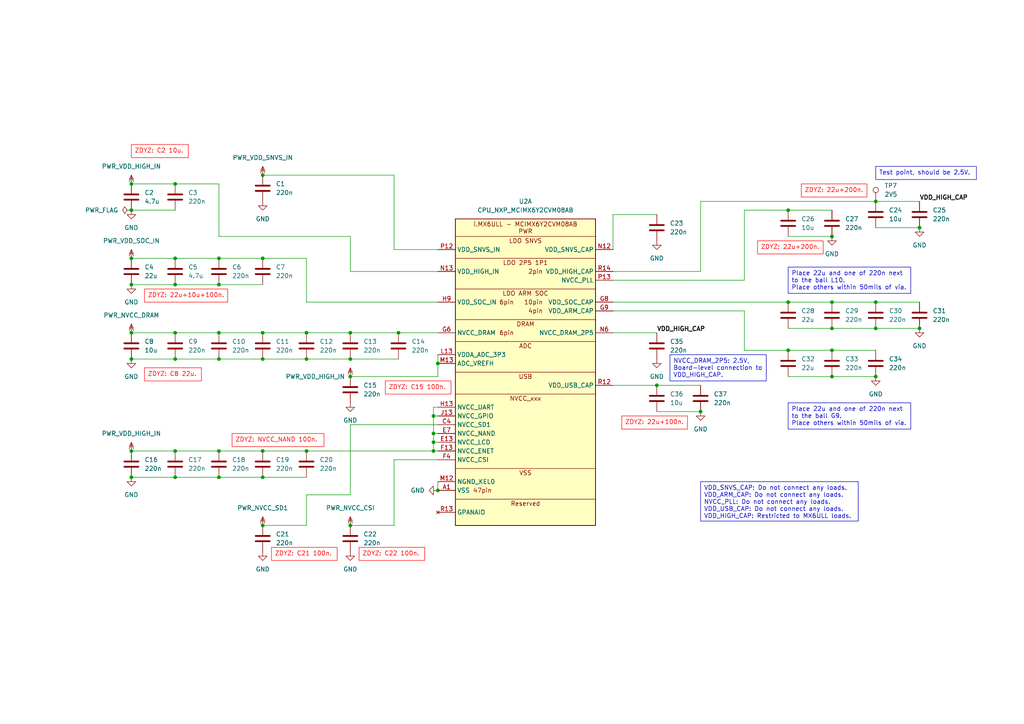
<source format=kicad_sch>
(kicad_sch (version 20231120) (generator "eeschema") (generator_version "8.0")
  (paper "A4")
  (title_block (title "i.MX6ULL Core - PWR") (date "2024-06-06") (rev "0.9.1"))
  (lib_symbols
    (symbol "Connector:TestPoint" (pin_numbers hide) (pin_names (offset 0.762) hide)
      (property "Reference" "TP" (at 0 6.858 0))
      (property "Value" "TestPoint" (at 0 5.08 0))
      (symbol "TestPoint_1_1"
        (pin passive line (at 0 0 90) (length 2.54) (name "1") (number "1"))
      )
    )
    (symbol "Device:C" (pin_numbers hide) (pin_names (offset 0.254))
      (property "Reference" "C" (at 0.635 2.54 0))
      (property "Value" "C" (at 0.635 -2.54 0))
      (symbol "C_1_1"
        (pin passive line (at 0 3.81 270) (length 2.794) (name "~") (number "1"))
        (pin passive line (at 0 -3.81 90) (length 2.794) (name "~") (number "2"))
      )
    )
    (symbol "i.MX6ULL_Core:CPU_NXP_MCIMX6Y2CVM08AB"
      (property "Reference" "U" (at 0 0 0))
      (property "Value" "CPU_NXP_MCIMX6Y2CVM08AB" (at 0 54.61 0))
      (symbol "CPU_NXP_MCIMX6Y2CVM08AB_1_1"
        (unit_name "Unit A - PWR")
        (text "10pin" (at 5.08 20.32 0) (effects (font (size 1.27 1.27)) (justify right)))
        (text "2pin" (at 5.08 29.21 0) (effects (font (size 1.27 1.27)) (justify right)))
        (text "47pin" (at -15.24 -34.29 0) (effects (font (size 1.27 1.27)) (justify left)))
        (text "4pin" (at 5.08 17.78 0) (effects (font (size 1.27 1.27)) (justify right)))
        (text "6pin" (at -7.62 11.43 0) (effects (font (size 1.27 1.27)) (justify left)))
        (text "6pin" (at -7.62 20.32 0) (effects (font (size 1.27 1.27)) (justify left)))
        (text "ADC" (at 0 7.62 0) (effects (font (size 1.27 1.27))))
        (text "DRAM" (at 0 13.97 0) (effects (font (size 1.27 1.27))))
        (text "i.MX6ULL - MCIMX6Y2CVM08AB\nPWR" (at 0 41.91 0) (effects (font (size 1.27 1.27))))
        (text "LDO 2P5 1P1" (at 0 31.75 0) (effects (font (size 1.27 1.27))))
        (text private "NVCC_DRAM:\n	LPDDR2, 1.2V. DDR3L, 1.35V. DDR3, 1.5V\n\nNVCC_DRAM_2P5:\n	2.5V, Board-level connection to VDD_HIGH_CAP." (at 50.8 38.1 0) (effects (font (size 1.27 1.27)) (justify left top)))
        (text "LDO ARM SOC" (at 0 22.86 0) (effects (font (size 1.27 1.27))))
        (text "LDO SNVS" (at 0 38.1 0) (effects (font (size 1.27 1.27))))
        (text "NVCC_xxx" (at 0 -7.62 0) (effects (font (size 1.27 1.27))))
        (text private "Total: 92 pins." (at -20.32 45.72 0) (effects (font (size 1.27 1.27)) (justify left)))
        (text "Reserved" (at 0 -38.1 0) (effects (font (size 1.27 1.27))))
        (text "USB" (at 0 -1.27 0) (effects (font (size 1.27 1.27))))
        (text private "VDDA_ADC_3P3:\n	must be powered even\n	if the ADC is not used.\nADC_VREFH:\n	tied to VDDA_ADC_3P3.\n\nNGND_KEL0:\n	tied to GND.\n\nGPANIO:\n	reserved, unconnected." (at -76.2 38.1 0) (effects (font (size 1.27 1.27)) (justify left top)))
        (text "VSS" (at 0 -29.21 0) (effects (font (size 1.27 1.27))))
        (pin power_in line (at -25.4 -34.29 0) (length 5.08) (name "VSS") (number "A1"))
        (pin passive line (at -25.4 -34.29 0) (length 5.08) hide (name "VSS") (number "A17"))
        (pin passive line (at -25.4 -34.29 0) (length 5.08) hide (name "VSS") (number "C11"))
        (pin passive line (at -25.4 -34.29 0) (length 5.08) hide (name "VSS") (number "C15"))
        (pin passive line (at -25.4 -34.29 0) (length 5.08) hide (name "VSS") (number "C3"))
        (pin power_in line (at -25.4 -15.24 0) (length 5.08) (name "NVCC_SD1") (number "C4"))
        (pin passive line (at -25.4 -34.29 0) (length 5.08) hide (name "VSS") (number "C7"))
        (pin passive line (at -25.4 -34.29 0) (length 5.08) hide (name "VSS") (number "E11"))
        (pin power_in line (at -25.4 -20.32 0) (length 5.08) (name "NVCC_LCD") (number "E13"))
        (pin power_in line (at -25.4 -17.78 0) (length 5.08) (name "NVCC_NAND") (number "E7"))
        (pin passive line (at -25.4 -34.29 0) (length 5.08) hide (name "VSS") (number "E8"))
        (pin passive line (at -25.4 -34.29 0) (length 5.08) hide (name "VSS") (number "F10"))
        (pin passive line (at -25.4 -34.29 0) (length 5.08) hide (name "VSS") (number "F11"))
        (pin passive line (at -25.4 -34.29 0) (length 5.08) hide (name "VSS") (number "F12"))
        (pin power_in line (at -25.4 -22.86 0) (length 5.08) (name "NVCC_ENET") (number "F13"))
        (pin power_in line (at -25.4 -25.4 0) (length 5.08) (name "NVCC_CSI") (number "F4"))
        (pin passive line (at -25.4 -34.29 0) (length 5.08) hide (name "VSS") (number "F6"))
        (pin passive line (at -25.4 -34.29 0) (length 5.08) hide (name "VSS") (number "F7"))
        (pin passive line (at -25.4 -34.29 0) (length 5.08) hide (name "VSS") (number "F8"))
        (pin passive line (at -25.4 -34.29 0) (length 5.08) hide (name "VSS") (number "F9"))
        (pin passive line (at 25.4 17.78 180) (length 5.08) hide (name "VDD_ARM_CAP") (number "G10"))
        (pin passive line (at 25.4 17.78 180) (length 5.08) hide (name "VDD_ARM_CAP") (number "G11"))
        (pin passive line (at -25.4 -34.29 0) (length 5.08) hide (name "VSS") (number "G12"))
        (pin passive line (at -25.4 -34.29 0) (length 5.08) hide (name "VSS") (number "G15"))
        (pin passive line (at -25.4 -34.29 0) (length 5.08) hide (name "VSS") (number "G3"))
        (pin passive line (at -25.4 -34.29 0) (length 5.08) hide (name "VSS") (number "G5"))
        (pin power_in line (at -25.4 11.43 0) (length 5.08) (name "NVCC_DRAM") (number "G6"))
        (pin passive line (at -25.4 -34.29 0) (length 5.08) hide (name "VSS") (number "G7"))
        (pin power_out line (at 25.4 20.32 180) (length 5.08) (name "VDD_SOC_CAP") (number "G8"))
        (pin power_out line (at 25.4 17.78 180) (length 5.08) (name "VDD_ARM_CAP") (number "G9"))
        (pin passive line (at -25.4 20.32 0) (length 5.08) hide (name "VDD_SOC_IN") (number "H10"))
        (pin passive line (at 25.4 17.78 180) (length 5.08) hide (name "VDD_ARM_CAP") (number "H11"))
        (pin passive line (at -25.4 -34.29 0) (length 5.08) hide (name "VSS") (number "H12"))
        (pin power_in line (at -25.4 -10.16 0) (length 5.08) (name "NVCC_UART") (number "H13"))
        (pin passive line (at -25.4 11.43 0) (length 5.08) hide (name "NVCC_DRAM") (number "H6"))
        (pin passive line (at -25.4 -34.29 0) (length 5.08) hide (name "VSS") (number "H7"))
        (pin passive line (at 25.4 20.32 180) (length 5.08) hide (name "VDD_SOC_CAP") (number "H8"))
        (pin power_in line (at -25.4 20.32 0) (length 5.08) (name "VDD_SOC_IN") (number "H9"))
        (pin passive line (at -25.4 20.32 0) (length 5.08) hide (name "VDD_SOC_IN") (number "J10"))
        (pin passive line (at 25.4 20.32 180) (length 5.08) hide (name "VDD_SOC_CAP") (number "J11"))
        (pin passive line (at -25.4 -34.29 0) (length 5.08) hide (name "VSS") (number "J12"))
        (pin power_in line (at -25.4 -12.7 0) (length 5.08) (name "NVCC_GPIO") (number "J13"))
        (pin passive line (at -25.4 -34.29 0) (length 5.08) hide (name "VSS") (number "J5"))
        (pin passive line (at -25.4 11.43 0) (length 5.08) hide (name "NVCC_DRAM") (number "J6"))
        (pin passive line (at -25.4 -34.29 0) (length 5.08) hide (name "VSS") (number "J7"))
        (pin passive line (at 25.4 20.32 180) (length 5.08) hide (name "VDD_SOC_CAP") (number "J8"))
        (pin passive line (at -25.4 20.32 0) (length 5.08) hide (name "VDD_SOC_IN") (number "J9"))
        (pin passive line (at -25.4 20.32 0) (length 5.08) hide (name "VDD_SOC_IN") (number "K10"))
        (pin passive line (at 25.4 20.32 180) (length 5.08) hide (name "VDD_SOC_CAP") (number "K11"))
        (pin passive line (at -25.4 -34.29 0) (length 5.08) hide (name "VSS") (number "K12"))
        (pin passive line (at -25.4 11.43 0) (length 5.08) hide (name "NVCC_DRAM") (number "K6"))
        (pin passive line (at -25.4 -34.29 0) (length 5.08) hide (name "VSS") (number "K7"))
        (pin passive line (at 25.4 20.32 180) (length 5.08) hide (name "VDD_SOC_CAP") (number "K8"))
        (pin passive line (at -25.4 20.32 0) (length 5.08) hide (name "VDD_SOC_IN") (number "K9"))
        (pin passive line (at 25.4 20.32 180) (length 5.08) hide (name "VDD_SOC_CAP") (number "L10"))
        (pin passive line (at 25.4 20.32 180) (length 5.08) hide (name "VDD_SOC_CAP") (number "L11"))
        (pin passive line (at -25.4 -34.29 0) (length 5.08) hide (name "VSS") (number "L12"))
        (pin power_in line (at -25.4 5.08 0) (length 5.08) (name "VDDA_ADC_3P3") (number "L13"))
        (pin passive line (at -25.4 -34.29 0) (length 5.08) hide (name "VSS") (number "L3"))
        (pin passive line (at -25.4 11.43 0) (length 5.08) hide (name "NVCC_DRAM") (number "L6"))
        (pin passive line (at -25.4 -34.29 0) (length 5.08) hide (name "VSS") (number "L7"))
        (pin passive line (at 25.4 20.32 180) (length 5.08) hide (name "VDD_SOC_CAP") (number "L8"))
        (pin passive line (at 25.4 20.32 180) (length 5.08) hide (name "VDD_SOC_CAP") (number "L9"))
        (pin passive line (at -25.4 -34.29 0) (length 5.08) hide (name "VSS") (number "M10"))
        (pin passive line (at -25.4 -34.29 0) (length 5.08) hide (name "VSS") (number "M11"))
        (pin power_in line (at -25.4 -31.75 0) (length 5.08) (name "NGND_KEL0") (number "M12"))
        (pin power_in line (at -25.4 2.54 0) (length 5.08) (name "ADC_VREFH") (number "M13"))
        (pin passive line (at -25.4 11.43 0) (length 5.08) hide (name "NVCC_DRAM") (number "M6"))
        (pin passive line (at -25.4 -34.29 0) (length 5.08) hide (name "VSS") (number "M7"))
        (pin passive line (at -25.4 -34.29 0) (length 5.08) hide (name "VSS") (number "M8"))
        (pin passive line (at -25.4 -34.29 0) (length 5.08) hide (name "VSS") (number "M9"))
        (pin power_out line (at 25.4 35.56 180) (length 5.08) (name "VDD_SNVS_CAP") (number "N12"))
        (pin power_in line (at -25.4 29.21 0) (length 5.08) (name "VDD_HIGH_IN") (number "N13"))
        (pin passive line (at -25.4 -34.29 0) (length 5.08) hide (name "VSS") (number "N3"))
        (pin passive line (at -25.4 -34.29 0) (length 5.08) hide (name "VSS") (number "N5"))
        (pin power_in line (at 25.4 11.43 180) (length 5.08) (name "NVCC_DRAM_2P5") (number "N6"))
        (pin power_in line (at -25.4 35.56 0) (length 5.08) (name "VDD_SNVS_IN") (number "P12"))
        (pin power_out line (at 25.4 26.67 180) (length 5.08) (name "NVCC_PLL") (number "P13"))
        (pin passive line (at -25.4 -34.29 0) (length 5.08) hide (name "VSS") (number "R11"))
        (pin power_out line (at 25.4 -3.81 180) (length 5.08) (name "VDD_USB_CAP") (number "R12"))
        (pin no_connect line (at -25.4 -40.64 0) (length 5.08) (name "GPANAIO") (number "R13"))
        (pin power_out line (at 25.4 29.21 180) (length 5.08) (name "VDD_HIGH_CAP") (number "R14"))
        (pin passive line (at 25.4 29.21 180) (length 5.08) hide (name "VDD_HIGH_CAP") (number "R15"))
        (pin passive line (at -25.4 -34.29 0) (length 5.08) hide (name "VSS") (number "R16"))
        (pin passive line (at -25.4 -34.29 0) (length 5.08) hide (name "VSS") (number "R17"))
        (pin passive line (at -25.4 -34.29 0) (length 5.08) hide (name "VSS") (number "R3"))
        (pin passive line (at -25.4 -34.29 0) (length 5.08) hide (name "VSS") (number "R5"))
        (pin passive line (at -25.4 -34.29 0) (length 5.08) hide (name "VSS") (number "R7"))
        (pin passive line (at -25.4 -34.29 0) (length 5.08) hide (name "VSS") (number "T14"))
        (pin passive line (at -25.4 -34.29 0) (length 5.08) hide (name "VSS") (number "U1"))
        (pin passive line (at -25.4 -34.29 0) (length 5.08) hide (name "VSS") (number "U14"))
        (pin passive line (at -25.4 -34.29 0) (length 5.08) hide (name "VSS") (number "U17"))
      )
      (symbol "CPU_NXP_MCIMX6Y2CVM08AB_2_1"
        (unit_name "Unit B - OSC/BOOT")
        (text private "CCM_CLK1_P, CCM_CLK1_N:\n	unconnected if not used.\n\n~{POR}:\n	internal 100k pull up.\nONOFF:\n	internal 100k pull up, pull down to reset chip." (at 38.1 12.7 0) (effects (font (size 1.27 1.27)) (justify left top)))
        (text "BOOT" (at 0 0 0) (effects (font (size 1.27 1.27))))
        (text "i.MX6ULL - MCIMX6Y2CVM08AB\nOSC/BOOT" (at 0 20.32 0) (effects (font (size 1.27 1.27))))
        (text "OSC" (at 0 16.51 0) (effects (font (size 1.27 1.27))))
        (text private "Total: 13 pins." (at -20.32 24.13 0) (effects (font (size 1.27 1.27)) (justify left)))
        (text private "XTALI, XTALO:\n	24MHz.\nRTC_XTALI, RTC_XTALO:\n	32.768kHz.\n\nBOOT_MODE1,BOOT_MODE0:\n	internal 100k pull down.\n00: efuse.\n01: serial download.\n10: internal boot.\n11: reserved.\n\nTEST_MODE:\n	reserved,\n	unconnected or tied to GND." (at -76.2 12.7 0) (effects (font (size 1.27 1.27)) (justify left top)))
        (text "Reserved" (at 0 -17.78 0) (effects (font (size 1.27 1.27))))
        (text "SNVS/CCM" (at 0 -8.89 0) (effects (font (size 1.27 1.27))))
        (pin no_connect line (at -25.4 -20.32 0) (length 5.08) (name "TEST_MODE") (number "N7"))
        (pin output output_low (at 25.4 11.43 180) (length 5.08) (name "CCM_CLK1_N") (number "P16"))
        (pin input input_low (at 25.4 13.97 180) (length 5.08) (name "CCM_CLK1_P") (number "P17"))
        (pin input input_low (at 25.4 -2.54 180) (length 5.08) (name "~{POR}") (number "P8"))
        (pin input input_low (at 25.4 -5.08 180) (length 5.08) (name "ONOFF") (number "R8"))
        (pin input input_low (at -25.4 -5.08 0) (length 5.08) (name "BOOT_MODE0") (number "T10"))
        (pin input input_low (at -25.4 6.35 0) (length 5.08) (name "RTC_XTALI") (number "T11"))
        (pin input input_low (at -25.4 13.97 0) (length 5.08) (name "XTALI") (number "T16"))
        (pin output output_low (at -25.4 11.43 0) (length 5.08) (name "XTALO") (number "T17"))
        (pin output output_low (at -25.4 -11.43 0) (length 5.08) (name "SNVS_PMIC_ON_REQ") (number "T9"))
        (pin input input_low (at -25.4 -2.54 0) (length 5.08) (name "BOOT_MODE1") (number "U10"))
        (pin output output_low (at -25.4 3.81 0) (length 5.08) (name "RTC_XTALO") (number "U11"))
        (pin output output_low (at -25.4 -13.97 0) (length 5.08) (name "CCM_PMIC_STBY_REQ") (number "U9"))
      )
      (symbol "CPU_NXP_MCIMX6Y2CVM08AB_3_1"
        (unit_name "Unit C - DRAM")
        (text private "DRAM_VREF:\n	must be half of NVCC_DRAM.\n	Use a 1 kohm 0.5% resistor to GND and a 1 kohm 0.5%\n	resistor to NVCC_DRAM. Shunt each resistor with a\n	closely-mounted 0.1 uF capacitor." (at -101.6 38.1 0) (effects (font (size 1.27 1.27)) (justify left top)))
        (text private "Total: 55 pins." (at -20.32 48.26 0) (effects (font (size 1.27 1.27)) (justify left)))
        (text "i.MX6ULL - MCIMX6Y2CVM08AB\nDRAM" (at 0 44.45 0) (effects (font (size 1.27 1.27))))
        (pin output output_low (at 25.4 24.13 180) (length 5.08) (name "DRAM_ODT1") (number "F1"))
        (pin output output_low (at -25.4 -24.13 0) (length 5.08) (name "DRAM_ADDR14") (number "G1"))
        (pin output output_low (at -25.4 -1.27 0) (length 5.08) (name "DRAM_ADDR06") (number "G2"))
        (pin output output_low (at -25.4 29.21 0) (length 5.08) (name "DRAM_RESET") (number "G4"))
        (pin output output_low (at -25.4 -34.29 0) (length 5.08) (name "DRAM_SDBA1") (number "H1"))
        (pin output output_low (at -25.4 11.43 0) (length 5.08) (name "DRAM_ADDR01") (number "H2"))
        (pin output output_low (at -25.4 -21.59 0) (length 5.08) (name "DRAM_ADDR13") (number "H3"))
        (pin output output_low (at -25.4 -3.81 0) (length 5.08) (name "DRAM_ADDR07") (number "H4"))
        (pin output output_low (at -25.4 31.75 0) (length 5.08) (name "~{DRAM_CS1}") (number "H5"))
        (pin output output_low (at 25.4 29.21 180) (length 5.08) (name "~{DRAM_SDWE}") (number "J1"))
        (pin output output_low (at 25.4 31.75 180) (length 5.08) (name "~{DRAM_CAS}") (number "J2"))
        (pin output output_low (at -25.4 24.13 0) (length 5.08) (name "DRAM_SDCKE1") (number "J3"))
        (pin output output_low (at -25.4 -8.89 0) (length 5.08) (name "DRAM_ADDR08") (number "J4"))
        (pin output output_low (at -25.4 8.89 0) (length 5.08) (name "DRAM_ADDR02") (number "K1"))
        (pin output output_low (at -25.4 -36.83 0) (length 5.08) (name "DRAM_SDBA2") (number "K2"))
        (pin output output_low (at -25.4 -16.51 0) (length 5.08) (name "DRAM_ADDR11") (number "K3"))
        (pin output output_low (at -25.4 3.81 0) (length 5.08) (name "DRAM_ADDR04") (number "K4"))
        (pin output output_low (at -25.4 -26.67 0) (length 5.08) (name "DRAM_ADDR15") (number "K5"))
        (pin output output_low (at -25.4 1.27 0) (length 5.08) (name "DRAM_ADDR05") (number "L1"))
        (pin output output_low (at -25.4 -11.43 0) (length 5.08) (name "DRAM_ADDR09") (number "L2"))
        (pin output output_low (at -25.4 -19.05 0) (length 5.08) (name "DRAM_ADDR12") (number "L4"))
        (pin output output_low (at -25.4 13.97 0) (length 5.08) (name "DRAM_ADDR00") (number "L5"))
        (pin output output_low (at -25.4 -31.75 0) (length 5.08) (name "DRAM_SDBA0") (number "M1"))
        (pin output output_low (at -25.4 6.35 0) (length 5.08) (name "DRAM_ADDR03") (number "M2"))
        (pin output output_low (at -25.4 26.67 0) (length 5.08) (name "DRAM_SDCKE0") (number "M3"))
        (pin output output_low (at -25.4 -13.97 0) (length 5.08) (name "DRAM_ADDR10") (number "M4"))
        (pin output output_low (at 25.4 34.29 180) (length 5.08) (name "~{DRAM_RAS}") (number "M5"))
        (pin output output_low (at 25.4 26.67 180) (length 5.08) (name "DRAM_ODT0") (number "N1"))
        (pin output output_low (at -25.4 34.29 0) (length 5.08) (name "~{DRAM_CS0}") (number "N2"))
        (pin passive output_low (at 25.4 21.59 180) (length 5.08) (name "DRAM_ZQPAD") (number "N4"))
        (pin output output_low (at -25.4 21.59 0) (length 5.08) (name "DRAM_SDCLK0+") (number "P1"))
        (pin output output_low (at -25.4 19.05 0) (length 5.08) (name "DRAM_SDCLK0-") (number "P2"))
        (pin bidirectional line (at 25.4 -21.59 180) (length 5.08) (name "DRAM_DATA13") (number "P3"))
        (pin power_in line (at -25.4 39.37 0) (length 5.08) (name "DRAM_VREF") (number "P4"))
        (pin bidirectional line (at 25.4 -19.05 180) (length 5.08) (name "DRAM_DATA12") (number "P5"))
        (pin bidirectional line (at 25.4 -31.75 180) (length 5.08) (name "DRAM_SDQS0+") (number "P6"))
        (pin bidirectional line (at 25.4 -34.29 180) (length 5.08) (name "DRAM_SDQS0-") (number "P7"))
        (pin bidirectional line (at 25.4 -26.67 180) (length 5.08) (name "DRAM_DATA15") (number "R1"))
        (pin bidirectional line (at 25.4 -24.13 180) (length 5.08) (name "DRAM_DATA14") (number "R2"))
        (pin bidirectional line (at 25.4 -16.51 180) (length 5.08) (name "DRAM_DATA11") (number "R4"))
        (pin bidirectional line (at 25.4 -36.83 180) (length 5.08) (name "DRAM_SDQS1+") (number "T1"))
        (pin bidirectional line (at 25.4 -39.37 180) (length 5.08) (name "DRAM_SDQS1-") (number "T2"))
        (pin bidirectional line (at 25.4 -44.45 180) (length 5.08) (name "DRAM_DQM1") (number "T3"))
        (pin bidirectional line (at 25.4 13.97 180) (length 5.08) (name "DRAM_DATA00") (number "T4"))
        (pin bidirectional line (at 25.4 -1.27 180) (length 5.08) (name "DRAM_DATA06") (number "T5"))
        (pin bidirectional line (at 25.4 8.89 180) (length 5.08) (name "DRAM_DATA02") (number "T6"))
        (pin bidirectional line (at 25.4 -41.91 180) (length 5.08) (name "DRAM_DQM0") (number "T7"))
        (pin bidirectional line (at 25.4 1.27 180) (length 5.08) (name "DRAM_DATA05") (number "T8"))
        (pin bidirectional line (at 25.4 -8.89 180) (length 5.08) (name "DRAM_DATA08") (number "U2"))
        (pin bidirectional line (at 25.4 -11.43 180) (length 5.08) (name "DRAM_DATA09") (number "U3"))
        (pin bidirectional line (at 25.4 -3.81 180) (length 5.08) (name "DRAM_DATA07") (number "U4"))
        (pin bidirectional line (at 25.4 -13.97 180) (length 5.08) (name "DRAM_DATA10") (number "U5"))
        (pin bidirectional line (at 25.4 11.43 180) (length 5.08) (name "DRAM_DATA01") (number "U6"))
        (pin bidirectional line (at 25.4 6.35 180) (length 5.08) (name "DRAM_DATA03") (number "U7"))
        (pin bidirectional line (at 25.4 3.81 180) (length 5.08) (name "DRAM_DATA04") (number "U8"))
      )
      (symbol "CPU_NXP_MCIMX6Y2CVM08AB_4_1"
        (unit_name "Unit D - SD/eMMC")
        (text private "NOTE:\n\nSD1 for eMMC, SD2 for SD card.\nSD card does not have RESET pin, so leave SD2_RESET unconnected.\nSD card does not have VSELECT pin, so give GPIO1_IO08 to LCD as PWM.\nIf you do not use dual-power for eMMC (VDDQ 1.8V), leave SD1_VSELECT unconnected.\nConnect a 22R(or 10R) resistor in series on SDn_CLK and SDn_CMD, close to host, for impedance matching.\nboot ROM uses SDn_CMD and SDn_DATA0 without internal pull-up configured, so pull them up to 3.3V via 10k.\nSD2 is in NVCC_NAND domain, power it to 3.3V." (at -38.1 -25.4 0) (effects (font (size 1.27 1.27)) (justify left top)))
        (text "i.MX6ULL - MCIMX6Y2CVM08AB\nSD/eMMC" (at 0 20.32 0) (effects (font (size 1.27 1.27))))
        (text private "Total: 21 pins." (at -25.4 24.13 0) (effects (font (size 1.27 1.27)) (justify left)))
        (pin bidirectional line (at -30.48 -5.08 0) (length 5.08) (name "SD1_DATA3") (number "A2"))
        (pin bidirectional line (at 30.48 -12.7 180) (length 5.08) (name "NAND_DATA07/SD2_DATA7") (number "A5"))
        (pin bidirectional line (at 30.48 -10.16 180) (length 5.08) (name "NAND_DATA06/SD2_DATA6") (number "A6"))
        (pin bidirectional line (at 30.48 0 180) (length 5.08) (name "NAND_DATA02/SD2_DATA2") (number "A7"))
        (pin bidirectional line (at -30.48 -2.54 0) (length 5.08) (name "SD1_DATA2") (number "B1"))
        (pin bidirectional line (at -30.48 0 0) (length 5.08) (name "SD1_DATA1") (number "B2"))
        (pin bidirectional line (at -30.48 2.54 0) (length 5.08) (name "SD1_DATA0") (number "B3"))
        (pin output output_low (at 30.48 15.24 180) (length 5.08) (name "NAND_ALE/SD2_RESET") (number "B4"))
        (pin bidirectional line (at 30.48 -7.62 180) (length 5.08) (name "NAND_DATA05/SD2_DATA5") (number "B6"))
        (pin bidirectional line (at 30.48 2.54 180) (length 5.08) (name "NAND_DATA01/SD2_DATA1") (number "B7"))
        (pin output output_low (at -30.48 10.16 0) (length 5.08) (name "SD1_CLK") (number "C1"))
        (pin bidirectional line (at -30.48 7.62 0) (length 5.08) (name "SD1_CMD") (number "C2"))
        (pin bidirectional line (at 30.48 -5.08 180) (length 5.08) (name "NAND_DATA04/SD2_DATA4") (number "C6"))
        (pin bidirectional line (at 30.48 10.16 180) (length 5.08) (name "~{NAND_WE}/SD2_CMD") (number "C8"))
        (pin output output_low (at 30.48 -20.32 180) (length 5.08) (name "~{NAND_WP}") (number "D5"))
        (pin bidirectional line (at 30.48 -2.54 180) (length 5.08) (name "NAND_DATA03/SD2_DATA3") (number "D6"))
        (pin bidirectional line (at 30.48 5.08 180) (length 5.08) (name "NAND_DATA00/SD2_DATA0") (number "D7"))
        (pin output output_low (at 30.48 12.7 180) (length 5.08) (name "~{NAND_RE}/SD2_CLK") (number "D8"))
        (pin bidirectional line (at 30.48 -17.78 180) (length 5.08) (name "NAND_DQS") (number "E6"))
        (pin input input_low (at -30.48 12.7 0) (length 5.08) (name "~{UART1_RTS}/~{SD1_CD}") (number "J14"))
        (pin output output_low (at -30.48 15.24 0) (length 5.08) (name "GPIO1_IO05/SD1_VSELECT") (number "M17"))
      )
      (symbol "CPU_NXP_MCIMX6Y2CVM08AB_5_1"
        (unit_name "Unit E - UART")
        (text "i.MX6ULL - MCIMX6Y2CVM08AB\nUART" (at 0 7.62 0) (effects (font (size 1.27 1.27))))
        (text private "Total: 6 pins." (at -20.32 11.43 0) (effects (font (size 1.27 1.27)) (justify left)))
        (pin input input_low (at 25.4 -7.62 180) (length 5.08) (name "UART3_RXD") (number "H16"))
        (pin output output_low (at 25.4 -5.08 180) (length 5.08) (name "UART3_TXD") (number "H17"))
        (pin input input_low (at 25.4 0 180) (length 5.08) (name "UART2_RXD") (number "J16"))
        (pin output output_low (at 25.4 2.54 180) (length 5.08) (name "UART2_TXD") (number "J17"))
        (pin output output_low (at -25.4 2.54 0) (length 5.08) (name "UART1_TXD") (number "K14"))
        (pin input input_low (at -25.4 0 0) (length 5.08) (name "UART1_RXD") (number "K16"))
      )
      (symbol "CPU_NXP_MCIMX6Y2CVM08AB_6_1"
        (unit_name "Unit F - LCD/TSC")
        (text "Backlight" (at 0 -30.48 0) (effects (font (size 1.27 1.27))))
        (text "i.MX6ULL - MCIMX6Y2CVM08AB\nLCD/TSC" (at 0 43.18 0) (effects (font (size 1.27 1.27))))
        (text private "LCD_CLK:\n	pixel clock\nLCD_HSYNC:\n	horizontal sync\nLCD_VSYNC:\n	vertical sync\n\nPWM1_OUT:\n	LCD background light brightness adjust.\n	Its power domain is NVCC_GPIO.\n\nGPIO1_IO02:\n	configured as GPIO for touch screen IC reset.\nGPIO1_IO09:\n	configured as GPIO for touch screen IC interrupt." (at 50.8 25.4 0) (effects (font (size 1.27 1.27)) (justify left top)))
        (text private "Total: 32 pins." (at -20.32 46.99 0) (effects (font (size 1.27 1.27)) (justify left)))
        (text "LCD" (at 0 39.37 0) (effects (font (size 1.27 1.27))))
        (text "Touch Screen IC" (at 0 -36.83 0) (effects (font (size 1.27 1.27))))
        (pin output output_low (at -25.4 21.59 0) (length 5.08) (name "LCD_DATA06") (number "A10"))
        (pin output output_low (at -25.4 11.43 0) (length 5.08) (name "LCD_DATA09") (number "A11"))
        (pin output output_low (at -25.4 -1.27 0) (length 5.08) (name "LCD_DATA14") (number "A12"))
        (pin output output_low (at -25.4 -13.97 0) (length 5.08) (name "LCD_DATA18") (number "A13"))
        (pin output output_low (at -25.4 -24.13 0) (length 5.08) (name "LCD_DATA22") (number "A14"))
        (pin output output_low (at 25.4 26.67 180) (length 5.08) (name "LCD_CLK") (number "A8"))
        (pin output output_low (at -25.4 34.29 0) (length 5.08) (name "LCD_DATA01") (number "A9"))
        (pin output output_low (at -25.4 24.13 0) (length 5.08) (name "LCD_DATA05") (number "B10"))
        (pin output output_low (at -25.4 13.97 0) (length 5.08) (name "LCD_DATA08") (number "B11"))
        (pin output output_low (at -25.4 1.27 0) (length 5.08) (name "LCD_DATA13") (number "B12"))
        (pin output output_low (at -25.4 -11.43 0) (length 5.08) (name "LCD_DATA17") (number "B13"))
        (pin output output_low (at -25.4 -21.59 0) (length 5.08) (name "LCD_DATA21") (number "B14"))
        (pin output output_low (at -25.4 -26.67 0) (length 5.08) (name "LCD_DATA23") (number "B16"))
        (pin output output_low (at 25.4 36.83 180) (length 5.08) (name "LCD_ENABLE") (number "B8"))
        (pin output output_low (at -25.4 36.83 0) (length 5.08) (name "LCD_DATA00") (number "B9"))
        (pin output output_low (at -25.4 26.67 0) (length 5.08) (name "LCD_DATA04") (number "C10"))
        (pin output output_low (at -25.4 3.81 0) (length 5.08) (name "LCD_DATA12") (number "C12"))
        (pin output output_low (at -25.4 -8.89 0) (length 5.08) (name "LCD_DATA16") (number "C13"))
        (pin output output_low (at -25.4 -19.05 0) (length 5.08) (name "LCD_DATA20") (number "C14"))
        (pin output output_low (at 25.4 21.59 180) (length 5.08) (name "LCD_VSYNC") (number "C9"))
        (pin output output_low (at -25.4 29.21 0) (length 5.08) (name "LCD_DATA03") (number "D10"))
        (pin output output_low (at -25.4 19.05 0) (length 5.08) (name "LCD_DATA07") (number "D11"))
        (pin output output_low (at -25.4 6.35 0) (length 5.08) (name "LCD_DATA11") (number "D12"))
        (pin output output_low (at -25.4 -3.81 0) (length 5.08) (name "LCD_DATA15") (number "D13"))
        (pin output output_low (at -25.4 -16.51 0) (length 5.08) (name "LCD_DATA19") (number "D14"))
        (pin output output_low (at 25.4 24.13 180) (length 5.08) (name "LCD_HSYNC") (number "D9"))
        (pin output output_low (at -25.4 31.75 0) (length 5.08) (name "LCD_DATA02") (number "E10"))
        (pin output output_low (at -25.4 8.89 0) (length 5.08) (name "LCD_DATA10") (number "E12"))
        (pin output output_low (at 25.4 31.75 180) (length 5.08) (name "LCD_RESET") (number "E9"))
        (pin output output_low (at 25.4 -39.37 180) (length 5.08) (name "GPIO1_IO02") (number "L14"))
        (pin input input_low (at 25.4 -41.91 180) (length 5.08) (name "GPIO1_IO09") (number "M15"))
        (pin output output_low (at 25.4 -33.02 180) (length 5.08) (name "GPIO1_IO08/PWM1_OUT") (number "N17"))
      )
      (symbol "CPU_NXP_MCIMX6Y2CVM08AB_7_1"
        (unit_name "Unit G - CSI")
        (text private "GPIO1_IO04:\n	configured as GPIO for CSI power down.\n~{UART1_RTS}/GPIO1_IO19:\n	configured as GPIO for CSI reset.\n\nCSI_MCLK:\n	master clock, i.MX -> camera\nCSI_PIXCLK:\n	pixel clock, camera -> i.MX\nCSI_HSYNC:\n	horizontal sync, camera -> i.MX\nCSI_VSYNC:\n	vertical sync, camera -> i.MX" (at 38.1 12.7 0) (effects (font (size 1.27 1.27)) (justify left top)))
        (text private "Total: 13 pins." (at -20.32 15.24 0) (effects (font (size 1.27 1.27)) (justify left)))
        (text "i.MX6ULL - MCIMX6Y2CVM08AB\nCSI" (at 0 11.43 0) (effects (font (size 1.27 1.27))))
        (pin input input_low (at -25.4 -11.43 0) (length 5.08) (name "CSI_DATA07") (number "D1"))
        (pin input input_low (at -25.4 -8.89 0) (length 5.08) (name "CSI_DATA06") (number "D2"))
        (pin input input_low (at -25.4 -6.35 0) (length 5.08) (name "CSI_DATA05") (number "D3"))
        (pin input input_low (at -25.4 -3.81 0) (length 5.08) (name "CSI_DATA04") (number "D4"))
        (pin input input_low (at -25.4 -1.27 0) (length 5.08) (name "CSI_DATA03") (number "E1"))
        (pin input input_low (at -25.4 1.27 0) (length 5.08) (name "CSI_DATA02") (number "E2"))
        (pin input input_low (at -25.4 3.81 0) (length 5.08) (name "CSI_DATA01") (number "E3"))
        (pin input input_low (at -25.4 6.35 0) (length 5.08) (name "CSI_DATA00") (number "E4"))
        (pin input input_low (at 25.4 -6.35 180) (length 5.08) (name "CSI_PIXCLK") (number "E5"))
        (pin input input_low (at 25.4 -11.43 180) (length 5.08) (name "CSI_VSYNC") (number "F2"))
        (pin input input_low (at 25.4 -8.89 180) (length 5.08) (name "CSI_HSYNC") (number "F3"))
        (pin output output_low (at 25.4 -3.81 180) (length 5.08) (name "CSI_MCLK") (number "F5"))
        (pin output output_low (at 25.4 3.81 180) (length 5.08) (name "~{UART1_CTS}/GPIO1_IO18") (number "K15"))
        (pin output output_low (at 25.4 6.35 180) (length 5.08) (name "GPIO1_IO04") (number "M16"))
      )
      (symbol "CPU_NXP_MCIMX6Y2CVM08AB_8_1"
        (unit_name "Unit H - I2C")
        (text private "I2C1:\n	free use.\nI2C2:\n	mount touch screen IC and CSI." (at -19.05 -12.7 0) (effects (font (size 1.27 1.27)) (justify left top)))
        (text "i.MX6ULL - MCIMX6Y2CVM08AB\nI2C" (at 0 3.81 0) (effects (font (size 1.27 1.27))))
        (text private "Total: 4 pins." (at -22.86 7.62 0) (effects (font (size 1.27 1.27)) (justify left)))
        (pin output output_low (at 27.94 -1.27 180) (length 5.08) (name "UART5_TXD/I2C2_CLK") (number "F17"))
        (pin bidirectional line (at 27.94 -3.81 180) (length 5.08) (name "UART5_RXD/I2C2_SDA") (number "G13"))
        (pin bidirectional line (at -27.94 -3.81 0) (length 5.08) (name "I2C1_SDA/UART4_RXD") (number "G16"))
        (pin output output_low (at -27.94 -1.27 0) (length 5.08) (name "I2C1_CLK/UART4_TXD") (number "G17"))
      )
      (symbol "CPU_NXP_MCIMX6Y2CVM08AB_9_1"
        (unit_name "Unit I - USB")
        (text "i.MX6ULL - MCIMX6Y2CVM08AB\nUSB" (at 0 8.89 0) (effects (font (size 1.27 1.27))))
        (text private "Total: 8 pins." (at -29.21 12.7 0) (effects (font (size 1.27 1.27)) (justify left)))
        (text private "USB1:\n	OTG.\nUSB2:\n	OTG." (at -5.08 -17.78 0) (effects (font (size 1.27 1.27)) (justify left top)))
        (text private "~{USB_OTG1_CHD}\n	not used." (at -63.5 -7.62 0) (effects (font (size 1.27 1.27)) (justify left top)))
        (pin input input_low (at -34.29 -3.81 0) (length 5.08) (name "ANATOP_OTG1_ID/GPIO1_IO00") (number "K13"))
        (pin power_in line (at -34.29 3.81 0) (length 5.08) (name "USB_OTG1_VBUS") (number "T12"))
        (pin bidirectional line (at 35.56 -1.27 180) (length 5.08) (name "USB_OTG2_DN") (number "T13"))
        (pin bidirectional line (at -34.29 -1.27 0) (length 5.08) (name "USB_OTG1_DN") (number "T15"))
        (pin power_in line (at 35.56 3.81 180) (length 5.08) (name "USB_OTG2_VBUS") (number "U12"))
        (pin bidirectional line (at 35.56 1.27 180) (length 5.08) (name "USB_OTG2_DP") (number "U13"))
        (pin bidirectional line (at -34.29 1.27 0) (length 5.08) (name "USB_OTG1_DP") (number "U15"))
        (pin output output_low (at -34.29 -8.89 0) (length 5.08) (name "~{USB_OTG1_CHD}") (number "U16"))
      )
      (symbol "CPU_NXP_MCIMX6Y2CVM08AB_10_1"
        (unit_name "Unit J - ENET")
        (text private "GPIO1_IO23/~{UART2_RTS}:\n	ENET IC reset.\nGOIO1_IO27/~{UART3_RTS}:\n	ENET IC interrupt." (at -76.2 12.7 0) (effects (font (size 1.27 1.27)) (justify left top)))
        (text private "Total: 22 pins." (at -25.4 22.86 0) (effects (font (size 1.27 1.27)) (justify left)))
        (text private "~{UART2_CTS}/GPIO1_IO22:\n	ENET IC reset.\n~{UART3_CTS}/GPIO1_IO26:\n	ENET IC interrupt." (at 50.8 12.7 0) (effects (font (size 1.27 1.27)) (justify left top)))
        (text "i.MX6ULL - MCIMX6Y2CVM08AB\nENET" (at 0 19.05 0) (effects (font (size 1.27 1.27))))
        (pin output output_low (at 30.48 -16.51 180) (length 5.08) (name "ENET2_TX_DATA0") (number "A15"))
        (pin output output_low (at 30.48 -19.05 180) (length 5.08) (name "ENET2_TX_DATA1") (number "A16"))
        (pin output output_low (at 30.48 -11.43 180) (length 5.08) (name "ENET2_TX_EN") (number "B15"))
        (pin input input_low (at 30.48 -1.27 180) (length 5.08) (name "ENET2_RX_EN") (number "B17"))
        (pin input input_low (at 30.48 -8.89 180) (length 5.08) (name "ENET2_RX_DATA1") (number "C16"))
        (pin input input_low (at 30.48 -6.35 180) (length 5.08) (name "ENET2_RX_DATA0") (number "C17"))
        (pin input input_low (at -30.48 -3.81 0) (length 5.08) (name "ENET1_RX_ER") (number "D15"))
        (pin input input_low (at 30.48 -3.81 180) (length 5.08) (name "ENET2_RX_ER") (number "D16"))
        (pin output output_low (at 30.48 -13.97 180) (length 5.08) (name "ENET2_TX_CLK") (number "D17"))
        (pin output output_low (at -30.48 -19.05 0) (length 5.08) (name "ENET1_TX_DATA1") (number "E14"))
        (pin output output_low (at -30.48 -16.51 0) (length 5.08) (name "ENET1_TX_DATA0") (number "E15"))
        (pin input input_low (at -30.48 -1.27 0) (length 5.08) (name "ENET1_RX_EN") (number "E16"))
        (pin input input_low (at -30.48 -8.89 0) (length 5.08) (name "ENET1_RX_DATA1") (number "E17"))
        (pin output output_low (at -30.48 -13.97 0) (length 5.08) (name "ENET1_TX_CLK") (number "F14"))
        (pin output output_low (at -30.48 -11.43 0) (length 5.08) (name "ENET1_TX_EN") (number "F15"))
        (pin input input_low (at -30.48 -6.35 0) (length 5.08) (name "ENET1_RX_DATA0") (number "F16"))
        (pin input input_low (at -30.48 3.81 0) (length 5.08) (name "GOIO1_IO27/~{UART3_RTS}") (number "G14"))
        (pin output output_low (at -30.48 6.35 0) (length 5.08) (name "GPIO1_IO23/~{UART2_RTS}") (number "H14"))
        (pin input input_low (at 30.48 3.81 180) (length 5.08) (name "~{UART3_CTS}/GPIO1_IO26") (number "H15"))
        (pin output output_low (at 30.48 6.35 180) (length 5.08) (name "~{UART2_CTS}/GPIO1_IO22") (number "J15"))
        (pin bidirectional line (at -30.48 13.97 0) (length 5.08) (name "ENET_MDIO/GPIO1_IO06") (number "K17"))
        (pin output output_low (at -30.48 11.43 0) (length 5.08) (name "ENET_MDC/GPIO1_IO07") (number "L16"))
      )
      (symbol "CPU_NXP_MCIMX6Y2CVM08AB_11_1"
        (unit_name "Unit K - SPI")
        (text "i.MX6ULL - MCIMX6Y2CVM08AB\nSPI" (at 0 6.35 0) (effects (font (size 1.27 1.27))))
        (text private "Total: 4 pins." (at -20.32 10.16 0) (effects (font (size 1.27 1.27)) (justify left)))
        (pin output output_low (at -25.4 1.27 0) (length 5.08) (name "ECSPI3_SS0/~{NAND_READY}") (number "A3"))
        (pin input input_low (at -25.4 -3.81 0) (length 5.08) (name "ECSPI3_MISO/NAND_CLE") (number "A4"))
        (pin output output_low (at -25.4 -6.35 0) (length 5.08) (name "ECSPI3_MOSI/~{NAND_CE1}") (number "B5"))
        (pin output output_low (at -25.4 -1.27 0) (length 5.08) (name "ECSPI3_SCLK/~{NAND_CE0}") (number "C5"))
      )
      (symbol "CPU_NXP_MCIMX6Y2CVM08AB_12_1"
        (unit_name "Unit L - free use")
        (text "i.MX6ULL - MCIMX6Y2CVM08AB\nfree use" (at 0 13.97 0) (effects (font (size 1.27 1.27))))
        (text private "Total: 18 pins." (at -20.32 17.78 0) (effects (font (size 1.27 1.27)) (justify left)))
        (pin passive line (at -25.4 8.89 0) (length 5.08) (name "GPIO1_IO01") (number "L15"))
        (pin passive line (at -25.4 6.35 0) (length 5.08) (name "GPIO1_IO03") (number "L17"))
        (pin passive line (at -25.4 -3.81 0) (length 5.08) (name "JTAG_TCK") (number "M14"))
        (pin passive line (at 25.4 -8.89 180) (length 5.08) (name "SNVS_TAMPER7") (number "N10"))
        (pin passive line (at 25.4 -6.35 180) (length 5.08) (name "SNVS_TAMPER6") (number "N11"))
        (pin passive line (at -25.4 -13.97 0) (length 5.08) (name "~{JTAG_TRST}") (number "N14"))
        (pin passive line (at -25.4 -8.89 0) (length 5.08) (name "JTAG_TDO") (number "N15"))
        (pin passive line (at -25.4 -6.35 0) (length 5.08) (name "JTAG_TDI") (number "N16"))
        (pin passive line (at 25.4 -3.81 180) (length 5.08) (name "SNVS_TAMPER5") (number "N8"))
        (pin passive line (at 25.4 -11.43 180) (length 5.08) (name "SNVS_TAMPER8") (number "N9"))
        (pin passive line (at 25.4 1.27 180) (length 5.08) (name "SNVS_TAMPER3") (number "P10"))
        (pin passive line (at 25.4 3.81 180) (length 5.08) (name "SNVS_TAMPER2") (number "P11"))
        (pin passive line (at -25.4 -11.43 0) (length 5.08) (name "JTAG_TMS") (number "P14"))
        (pin passive line (at -25.4 -1.27 0) (length 5.08) (name "JTAG_MOD") (number "P15"))
        (pin passive line (at 25.4 -1.27 180) (length 5.08) (name "SNVS_TAMPER4") (number "P9"))
        (pin passive line (at 25.4 8.89 180) (length 5.08) (name "SNVS_TAMPER0") (number "R10"))
        (pin passive line (at 25.4 -13.97 180) (length 5.08) (name "SNVS_TAMPER9") (number "R6"))
        (pin passive line (at 25.4 6.35 180) (length 5.08) (name "SNVS_TAMPER1") (number "R9"))
      )
    )
    (symbol "i.MX6ULL_Core:PWR_NVCC_CSI" (power) (pin_numbers hide) (pin_names hide) (in_bom no) (on_board no)
      (property "Value" "PWR_NVCC_CSI" (at 0 0 0))
      (symbol "PWR_NVCC_CSI_1_1"
        (pin power_in line (at 0 0 0) (length 0) (name "") (number "1"))
      )
    )
    (symbol "i.MX6ULL_Core:PWR_NVCC_DRAM" (power) (pin_numbers hide) (pin_names hide) (in_bom no) (on_board no)
      (property "Value" "PWR_NVCC_DRAM" (at 0 0 0))
      (symbol "PWR_NVCC_DRAM_1_1"
        (pin power_in line (at 0 0 0) (length 0) (name "") (number "1"))
      )
    )
    (symbol "i.MX6ULL_Core:PWR_NVCC_SD1" (power) (pin_numbers hide) (pin_names hide) (in_bom no) (on_board no)
      (property "Value" "PWR_NVCC_SD1" (at 0 0 0))
      (symbol "PWR_NVCC_SD1_1_1"
        (pin power_in line (at 0 0 0) (length 0) (name "") (number "1"))
      )
    )
    (symbol "i.MX6ULL_Core:PWR_VDD_HIGH_IN" (power) (pin_numbers hide) (pin_names hide) (in_bom no) (on_board no)
      (property "Value" "PWR_VDD_HIGH_IN" (at 0 0 0))
      (symbol "PWR_VDD_HIGH_IN_1_1"
        (pin power_in line (at 0 0 0) (length 0) (name "") (number "1"))
      )
    )
    (symbol "i.MX6ULL_Core:PWR_VDD_SNVS_IN" (power) (pin_numbers hide) (pin_names hide) (in_bom no) (on_board no)
      (property "Value" "PWR_VDD_SNVS_IN" (at 0 0 0))
      (symbol "PWR_VDD_SNVS_IN_1_1"
        (pin power_in line (at 0 0 0) (length 0) (name "") (number "1"))
      )
    )
    (symbol "i.MX6ULL_Core:PWR_VDD_SOC_IN" (power) (pin_numbers hide) (pin_names hide) (in_bom no) (on_board no)
      (property "Value" "PWR_VDD_SOC_IN" (at 0 0 0))
      (symbol "PWR_VDD_SOC_IN_1_1"
        (pin power_in line (at 0 0 0) (length 0) (name "") (number "1"))
      )
    )
    (symbol "power:GND" (power) (pin_numbers hide) (pin_names (offset 0) hide)
      (property "Value" "GND" (at 0 -3.81 0))
      (symbol "GND_1_1"
        (pin power_in line (at 0 0 270) (length 0) (name "~") (number "1"))
      )
    )
    (symbol "power:PWR_FLAG" (power) (pin_numbers hide) (pin_names (offset 0) hide)
      (property "Value" "PWR_FLAG" (at 0 3.81 0))
      (symbol "PWR_FLAG_0_0"
        (pin power_out line (at 0 0 90) (length 0) (name "~") (number "1"))
      )
    )
  )
  (junction (at 38.1 96.52))
  (junction (at 190.5 111.76))
  (junction (at 254 58.42))
  (junction (at 101.6 152.4))
  (junction (at 101.6 96.52))
  (junction (at 254 95.25))
  (junction (at 115.57 96.52))
  (junction (at 63.5 82.55))
  (junction (at 63.5 96.52))
  (junction (at 88.9 96.52))
  (junction (at 125.73 128.27))
  (junction (at 50.8 104.14))
  (junction (at 38.1 82.55))
  (junction (at 50.8 74.93))
  (junction (at 88.9 130.81))
  (junction (at 266.7 95.25))
  (junction (at 241.3 68.58))
  (junction (at 76.2 104.14))
  (junction (at 38.1 60.96))
  (junction (at 228.6 60.96))
  (junction (at 63.5 104.14))
  (junction (at 50.8 82.55))
  (junction (at 38.1 130.81))
  (junction (at 101.6 104.14))
  (junction (at 63.5 130.81))
  (junction (at 241.3 95.25))
  (junction (at 76.2 138.43))
  (junction (at 76.2 130.81))
  (junction (at 50.8 53.34))
  (junction (at 241.3 101.6))
  (junction (at 38.1 53.34))
  (junction (at 76.2 96.52))
  (junction (at 254 87.63))
  (junction (at 76.2 50.8))
  (junction (at 228.6 87.63))
  (junction (at 241.3 109.22))
  (junction (at 38.1 138.43))
  (junction (at 38.1 74.93))
  (junction (at 241.3 87.63))
  (junction (at 76.2 74.93))
  (junction (at 127 142.24))
  (junction (at 254 109.22))
  (junction (at 101.6 109.22))
  (junction (at 266.7 66.04))
  (junction (at 125.73 125.73))
  (junction (at 50.8 130.81))
  (junction (at 63.5 138.43))
  (junction (at 127 105.41))
  (junction (at 203.2 119.38))
  (junction (at 63.5 74.93))
  (junction (at 50.8 138.43))
  (junction (at 228.6 101.6))
  (junction (at 125.73 120.65))
  (junction (at 38.1 104.14))
  (junction (at 125.73 130.81))
  (junction (at 76.2 152.4))
  (junction (at 88.9 104.14))
  (junction (at 50.8 96.52))
  (wire (pts (xy 228.6 109.22) (xy 241.3 109.22)))
  (wire (pts (xy 76.2 74.93) (xy 88.9 74.93)))
  (wire (pts (xy 190.5 119.38) (xy 203.2 119.38)))
  (wire (pts (xy 228.6 101.6) (xy 241.3 101.6)))
  (wire (pts (xy 101.6 68.58) (xy 101.6 78.74)))
  (wire (pts (xy 63.5 130.81) (xy 76.2 130.81)))
  (wire (pts (xy 241.3 109.22) (xy 254 109.22)))
  (wire (pts (xy 63.5 104.14) (xy 76.2 104.14)))
  (wire (pts (xy 125.73 120.65) (xy 127 120.65)))
  (wire (pts (xy 101.6 96.52) (xy 115.57 96.52)))
  (wire (pts (xy 50.8 104.14) (xy 63.5 104.14)))
  (wire (pts (xy 114.3 152.4) (xy 114.3 133.35)))
  (wire (pts (xy 38.1 74.93) (xy 50.8 74.93)))
  (wire (pts (xy 215.9 60.96) (xy 215.9 81.28)))
  (wire (pts (xy 88.9 87.63) (xy 127 87.63)))
  (wire (pts (xy 228.6 87.63) (xy 241.3 87.63)))
  (wire (pts (xy 125.73 128.27) (xy 127 128.27)))
  (wire (pts (xy 125.73 125.73) (xy 127 125.73)))
  (wire (pts (xy 101.6 143.51) (xy 101.6 123.19)))
  (wire (pts (xy 63.5 74.93) (xy 76.2 74.93)))
  (wire (pts (xy 177.8 96.52) (xy 190.5 96.52)))
  (wire (pts (xy 101.6 123.19) (xy 127 123.19)))
  (wire (pts (xy 50.8 130.81) (xy 63.5 130.81)))
  (wire (pts (xy 76.2 138.43) (xy 88.9 138.43)))
  (wire (pts (xy 125.73 130.81) (xy 127 130.81)))
  (wire (pts (xy 228.6 95.25) (xy 241.3 95.25)))
  (wire (pts (xy 76.2 152.4) (xy 88.9 152.4)))
  (wire (pts (xy 215.9 81.28) (xy 177.8 81.28)))
  (wire (pts (xy 76.2 130.81) (xy 88.9 130.81)))
  (wire (pts (xy 241.3 87.63) (xy 254 87.63)))
  (wire (pts (xy 203.2 78.74) (xy 203.2 58.42)))
  (wire (pts (xy 254 87.63) (xy 266.7 87.63)))
  (wire (pts (xy 203.2 58.42) (xy 254 58.42)))
  (wire (pts (xy 50.8 74.93) (xy 63.5 74.93)))
  (wire (pts (xy 215.9 101.6) (xy 228.6 101.6)))
  (wire (pts (xy 215.9 90.17) (xy 177.8 90.17)))
  (wire (pts (xy 115.57 96.52) (xy 127 96.52)))
  (wire (pts (xy 228.6 68.58) (xy 241.3 68.58)))
  (wire (pts (xy 177.8 72.39) (xy 177.8 62.23)))
  (wire (pts (xy 127 139.7) (xy 127 142.24)))
  (wire (pts (xy 125.73 128.27) (xy 125.73 130.81)))
  (wire (pts (xy 125.73 118.11) (xy 125.73 120.65)))
  (wire (pts (xy 76.2 96.52) (xy 88.9 96.52)))
  (wire (pts (xy 177.8 62.23) (xy 190.5 62.23)))
  (wire (pts (xy 38.1 53.34) (xy 50.8 53.34)))
  (wire (pts (xy 38.1 82.55) (xy 50.8 82.55)))
  (wire (pts (xy 101.6 109.22) (xy 127 109.22)))
  (wire (pts (xy 177.8 87.63) (xy 228.6 87.63)))
  (wire (pts (xy 241.3 60.96) (xy 228.6 60.96)))
  (wire (pts (xy 177.8 111.76) (xy 190.5 111.76)))
  (wire (pts (xy 88.9 104.14) (xy 101.6 104.14)))
  (wire (pts (xy 101.6 104.14) (xy 115.57 104.14)))
  (wire (pts (xy 76.2 50.8) (xy 114.3 50.8)))
  (wire (pts (xy 127 109.22) (xy 127 105.41)))
  (wire (pts (xy 88.9 74.93) (xy 88.9 87.63)))
  (wire (pts (xy 254 95.25) (xy 266.7 95.25)))
  (wire (pts (xy 76.2 104.14) (xy 88.9 104.14)))
  (wire (pts (xy 127 105.41) (xy 127 102.87)))
  (wire (pts (xy 125.73 118.11) (xy 127 118.11)))
  (wire (pts (xy 254 58.42) (xy 266.7 58.42)))
  (wire (pts (xy 114.3 50.8) (xy 114.3 72.39)))
  (wire (pts (xy 63.5 96.52) (xy 76.2 96.52)))
  (wire (pts (xy 38.1 130.81) (xy 50.8 130.81)))
  (wire (pts (xy 125.73 125.73) (xy 125.73 128.27)))
  (wire (pts (xy 88.9 152.4) (xy 88.9 143.51)))
  (wire (pts (xy 114.3 133.35) (xy 127 133.35)))
  (wire (pts (xy 50.8 138.43) (xy 63.5 138.43)))
  (wire (pts (xy 190.5 111.76) (xy 203.2 111.76)))
  (wire (pts (xy 38.1 138.43) (xy 50.8 138.43)))
  (wire (pts (xy 177.8 78.74) (xy 203.2 78.74)))
  (wire (pts (xy 88.9 143.51) (xy 101.6 143.51)))
  (wire (pts (xy 101.6 152.4) (xy 114.3 152.4)))
  (wire (pts (xy 215.9 101.6) (xy 215.9 90.17)))
  (wire (pts (xy 63.5 138.43) (xy 76.2 138.43)))
  (wire (pts (xy 38.1 60.96) (xy 50.8 60.96)))
  (wire (pts (xy 50.8 53.34) (xy 63.5 53.34)))
  (wire (pts (xy 88.9 130.81) (xy 125.73 130.81)))
  (wire (pts (xy 63.5 53.34) (xy 63.5 68.58)))
  (wire (pts (xy 114.3 72.39) (xy 127 72.39)))
  (wire (pts (xy 63.5 82.55) (xy 76.2 82.55)))
  (wire (pts (xy 241.3 95.25) (xy 254 95.25)))
  (wire (pts (xy 38.1 104.14) (xy 50.8 104.14)))
  (wire (pts (xy 254 66.04) (xy 266.7 66.04)))
  (wire (pts (xy 63.5 68.58) (xy 101.6 68.58)))
  (wire (pts (xy 88.9 96.52) (xy 101.6 96.52)))
  (wire (pts (xy 125.73 120.65) (xy 125.73 125.73)))
  (wire (pts (xy 101.6 78.74) (xy 127 78.74)))
  (wire (pts (xy 241.3 101.6) (xy 254 101.6)))
  (wire (pts (xy 50.8 82.55) (xy 63.5 82.55)))
  (wire (pts (xy 50.8 96.52) (xy 63.5 96.52)))
  (wire (pts (xy 228.6 60.96) (xy 215.9 60.96)))
  (wire (pts (xy 38.1 96.52) (xy 50.8 96.52)))
  (text_box "ZDYZ: 22u+10u+100n." (at 41.91 83.82 0) (size 24.13 3.81) (stroke (width 0) (color 255 0 0 1)) (effects (font (size 1.27 1.27)) (justify left top)))
  (text_box "NVCC_DRAM_2P5: 2.5V,\nBoard-level connection to VDD_HIGH_CAP." (at 194.31 102.87 0) (size 27.94 7.62) (effects (font (size 1.27 1.27)) (justify left top)))
  (text_box "ZDYZ: C15 100n." (at 111.76 110.49 0) (size 19.05 3.81) (stroke (width 0) (color 255 0 0 1)) (effects (font (size 1.27 1.27)) (justify left top)))
  (text_box "ZDYZ: C22 100n." (at 104.14 158.75 0) (size 19.05 3.81) (stroke (width 0) (color 255 0 0 1)) (effects (font (size 1.27 1.27)) (justify left top)))
  (text_box "ZDYZ: C21 100n." (at 78.74 158.75 0) (size 19.05 3.81) (stroke (width 0) (color 255 0 0 1)) (effects (font (size 1.27 1.27)) (justify left top)))
  (text_box "VDD_SNVS_CAP: Do not connect any loads.\nVDD_ARM_CAP: Do not connect any loads.\nNVCC_PLL: Do not connect any loads.\nVDD_USB_CAP: Do not connect any loads.\nVDD_HIGH_CAP: Restricted to MX6ULL loads." (at 203.2 139.7 0) (size 45.72 11.43) (effects (font (size 1.27 1.27)) (justify left top)))
  (text_box "ZDYZ: C2 10u." (at 38.1 41.91 0) (size 16.51 3.81) (stroke (width 0) (color 255 0 0 1)) (effects (font (size 1.27 1.27)) (justify left top)))
  (text_box "ZDYZ: NVCC_NAND 100n." (at 67.31 125.73 0) (size 26.67 3.81) (stroke (width 0) (color 255 0 0 1)) (effects (font (size 1.27 1.27)) (justify left top)))
  (text_box "ZDYZ: 22u+200n." (at 232.41 53.34 0) (size 19.05 3.81) (stroke (width 0) (color 255 0 0 1)) (effects (font (size 1.27 1.27)) (justify left top)))
  (text_box "ZDYZ: 22u+100n." (at 180.34 120.65 0) (size 19.05 3.81) (stroke (width 0) (color 255 0 0 1)) (effects (font (size 1.27 1.27)) (justify left top)))
  (text_box "Place 22u and one of 220n next to the ball L10.\nPlace others within 50mils of via." (at 228.6 77.47 0) (size 35.56 7.62) (effects (font (size 1.27 1.27)) (justify left top)))
  (text_box "Place 22u and one of 220n next to the ball G9.\nPlace others within 50mils of via." (at 228.6 116.84 0) (size 35.56 7.62) (effects (font (size 1.27 1.27)) (justify left top)))
  (text_box "ZDYZ: C8 22u." (at 41.91 106.68 0) (size 16.51 3.81) (stroke (width 0) (color 255 0 0 1)) (effects (font (size 1.27 1.27)) (justify left top)))
  (text_box "Test point, should be 2.5V." (at 254 48.26 0) (size 29.21 3.81) (effects (font (size 1.27 1.27)) (justify left top)))
  (text_box "ZDYZ: 22u+200n." (at 219.71 69.85 0) (size 19.05 3.81) (stroke (width 0) (color 255 0 0 1)) (effects (font (size 1.27 1.27)) (justify left top)))
  (label "VDD_HIGH_CAP" (at 266.7 58.42 0) (effects (font (bold yes))))
  (label "VDD_HIGH_CAP" (at 190.5 96.52 0) (effects (font (bold yes))))
  (symbol (lib_id "power:GND") (at 76.2 160.02 0) (mirror y) (unit 1)
    (property "Reference" "#PWR059" (effects (hide yes)))
    (property "Value" "GND" (at 76.2 165.1 0))
    (property "Description" "Power symbol creates a global label with name \"GND\" , ground" (effects (hide yes)))
  )
  (symbol (lib_id "power:GND") (at 203.2 119.38 0) (mirror y) (unit 1)
    (property "Reference" "#PWR015" (effects (hide yes)))
    (property "Value" "GND" (at 203.2 124.46 0))
    (property "Description" "Power symbol creates a global label with name \"GND\" , ground" (effects (hide yes)))
  )
  (symbol (lib_id "i.MX6ULL_Core:PWR_NVCC_DRAM") (at 38.1 96.52 0) (unit 1) (in_bom no) (on_board no)
    (property "Reference" "#PWR_NVCC_DRAM02" (effects (hide yes)))
    (property "Value" "PWR_NVCC_DRAM" (at 38.1 91.44 0))
  )
  (symbol (lib_id "power:GND") (at 266.7 95.25 0) (mirror y) (unit 1)
    (property "Reference" "#PWR013" (effects (hide yes)))
    (property "Value" "GND" (at 266.7 100.33 0))
    (property "Description" "Power symbol creates a global label with name \"GND\" , ground" (effects (hide yes)))
  )
  (symbol (lib_id "i.MX6ULL_Core:PWR_VDD_HIGH_IN") (at 101.6 109.22 0) (unit 1) (in_bom no) (on_board no)
    (property "Reference" "#PWR_VDD_HIGH_IN04" (effects (hide yes)))
    (property "Value" "PWR_VDD_HIGH_IN" (at 91.44 109.22 0))
  )
  (symbol (lib_id "Connector:TestPoint") (at 254 58.42 0) (unit 1)
    (property "Reference" "TP7" (at 256.54 53.8479 0) (effects (justify left)))
    (property "Value" "2V5" (at 256.54 56.3879 0) (effects (justify left)))
    (property "Footprint" "TestPoint:TestPoint_Pad_D1.0mm" (effects (hide yes)))
    (property "Description" "test point" (effects (hide yes)))
  )
  (symbol (lib_id "Device:C") (at 190.5 66.04 180) (unit 1)
    (property "Reference" "C23" (at 194.31 64.7699 0) (effects (justify right)))
    (property "Value" "220n" (at 194.31 67.3099 0) (effects (justify right)))
    (property "Footprint" "i.MX6ULL_Core:C_0402" (effects (hide yes)))
    (property "Description" "Unpolarized capacitor" (effects (hide yes)))
  )
  (symbol (lib_id "Device:C") (at 76.2 156.21 0) (unit 1)
    (property "Reference" "C21" (at 80.01 154.9399 0) (effects (justify left)))
    (property "Value" "220n" (at 80.01 157.4799 0) (effects (justify left)))
    (property "Footprint" "i.MX6ULL_Core:C_0402" (effects (hide yes)))
    (property "Description" "Unpolarized capacitor" (effects (hide yes)))
  )
  (symbol (lib_id "Device:C") (at 228.6 64.77 0) (unit 1)
    (property "Reference" "C26" (at 232.41 63.4999 0) (effects (justify left)))
    (property "Value" "10u" (at 232.41 66.0399 0) (effects (justify left)))
    (property "Footprint" "i.MX6ULL_Core:C_0402" (effects (hide yes)))
    (property "Description" "Unpolarized capacitor" (effects (hide yes)))
  )
  (symbol (lib_id "power:GND") (at 38.1 104.14 0) (unit 1)
    (property "Reference" "#PWR05" (effects (hide yes)))
    (property "Value" "GND" (at 38.1 109.22 0))
    (property "Description" "Power symbol creates a global label with name \"GND\" , ground" (effects (hide yes)))
  )
  (symbol (lib_id "Device:C") (at 203.2 115.57 0) (unit 1)
    (property "Reference" "C37" (at 207.01 114.2999 0) (effects (justify left)))
    (property "Value" "220n" (at 207.01 116.8399 0) (effects (justify left)))
    (property "Footprint" "i.MX6ULL_Core:C_0402" (effects (hide yes)))
    (property "Description" "Unpolarized capacitor" (effects (hide yes)))
  )
  (symbol (lib_id "power:GND") (at 127 142.24 270) (unit 1)
    (property "Reference" "#PWR09" (effects (hide yes)))
    (property "Value" "GND" (at 123.19 142.2399 90) (effects (justify right)))
    (property "Description" "Power symbol creates a global label with name \"GND\" , ground" (effects (hide yes)))
  )
  (symbol (lib_id "Device:C") (at 101.6 113.03 180) (unit 1)
    (property "Reference" "C15" (at 105.41 111.7599 0) (effects (justify right)))
    (property "Value" "220n" (at 105.41 114.2999 0) (effects (justify right)))
    (property "Footprint" "i.MX6ULL_Core:C_0402" (effects (hide yes)))
    (property "Description" "Unpolarized capacitor" (effects (hide yes)))
  )
  (symbol (lib_id "Device:C") (at 88.9 100.33 180) (unit 1)
    (property "Reference" "C12" (at 92.71 99.0599 0) (effects (justify right)))
    (property "Value" "220n" (at 92.71 101.5999 0) (effects (justify right)))
    (property "Footprint" "i.MX6ULL_Core:C_0402" (effects (hide yes)))
    (property "Description" "Unpolarized capacitor" (effects (hide yes)))
  )
  (symbol (lib_id "i.MX6ULL_Core:PWR_VDD_HIGH_IN") (at 38.1 130.81 0) (unit 1) (in_bom no) (on_board no)
    (property "Reference" "#PWR_VDD_HIGH_IN05" (effects (hide yes)))
    (property "Value" "PWR_VDD_HIGH_IN" (at 38.1 125.73 0))
  )
  (symbol (lib_id "Device:C") (at 50.8 57.15 180) (unit 1)
    (property "Reference" "C3" (at 54.61 55.8799 0) (effects (justify right)))
    (property "Value" "220n" (at 54.61 58.4199 0) (effects (justify right)))
    (property "Footprint" "i.MX6ULL_Core:C_0402" (effects (hide yes)))
    (property "Description" "Unpolarized capacitor" (effects (hide yes)))
  )
  (symbol (lib_id "Device:C") (at 241.3 91.44 0) (unit 1)
    (property "Reference" "C29" (at 245.11 90.1699 0) (effects (justify left)))
    (property "Value" "220n" (at 245.11 92.7099 0) (effects (justify left)))
    (property "Footprint" "i.MX6ULL_Core:C_0402" (effects (hide yes)))
    (property "Description" "Unpolarized capacitor" (effects (hide yes)))
  )
  (symbol (lib_id "i.MX6ULL_Core:CPU_NXP_MCIMX6Y2CVM08AB") (at 152.4 107.95 0) (unit 1)
    (property "Reference" "U2" (at 152.4 58.42 0))
    (property "Value" "CPU_NXP_MCIMX6Y2CVM08AB" (at 152.4 60.96 0))
    (property "Footprint" "i.MX6ULL_Core:NXP_BGA-289_14x14mm_Layout14x14_P0.8mm_Ball0.45mm_Pad0.4mm" (effects (hide yes)))
  )
  (symbol (lib_id "Device:C") (at 241.3 105.41 180) (unit 1)
    (property "Reference" "C33" (at 245.11 104.1399 0) (effects (justify right)))
    (property "Value" "220n" (at 245.11 106.6799 0) (effects (justify right)))
    (property "Footprint" "i.MX6ULL_Core:C_0402" (effects (hide yes)))
    (property "Description" "Unpolarized capacitor" (effects (hide yes)))
  )
  (symbol (lib_id "power:GND") (at 38.1 60.96 0) (unit 1)
    (property "Reference" "#PWR03" (effects (hide yes)))
    (property "Value" "GND" (at 38.1 66.04 0))
    (property "Description" "Power symbol creates a global label with name \"GND\" , ground" (effects (hide yes)))
  )
  (symbol (lib_id "Device:C") (at 38.1 57.15 180) (unit 1)
    (property "Reference" "C2" (at 41.91 55.8799 0) (effects (justify right)))
    (property "Value" "4.7u" (at 41.91 58.4199 0) (effects (justify right)))
    (property "Footprint" "i.MX6ULL_Core:C_0402" (effects (hide yes)))
    (property "Description" "Unpolarized capacitor" (effects (hide yes)))
  )
  (symbol (lib_id "power:GND") (at 38.1 138.43 0) (unit 1)
    (property "Reference" "#PWR07" (effects (hide yes)))
    (property "Value" "GND" (at 38.1 143.51 0))
    (property "Description" "Power symbol creates a global label with name \"GND\" , ground" (effects (hide yes)))
  )
  (symbol (lib_id "Device:C") (at 38.1 134.62 180) (unit 1)
    (property "Reference" "C16" (at 41.91 133.3499 0) (effects (justify right)))
    (property "Value" "220n" (at 41.91 135.8899 0) (effects (justify right)))
    (property "Footprint" "i.MX6ULL_Core:C_0402" (effects (hide yes)))
    (property "Description" "Unpolarized capacitor" (effects (hide yes)))
  )
  (symbol (lib_id "i.MX6ULL_Core:PWR_NVCC_SD1") (at 76.2 152.4 0) (unit 1) (in_bom no) (on_board no)
    (property "Reference" "#PWR_NVCC_SD053" (effects (hide yes)))
    (property "Value" "PWR_NVCC_SD1" (at 76.2 147.32 0))
  )
  (symbol (lib_id "power:GND") (at 190.5 69.85 0) (mirror y) (unit 1)
    (property "Reference" "#PWR010" (effects (hide yes)))
    (property "Value" "GND" (at 190.5 74.93 0))
    (property "Description" "Power symbol creates a global label with name \"GND\" , ground" (effects (hide yes)))
  )
  (symbol (lib_id "Device:C") (at 76.2 78.74 0) (unit 1)
    (property "Reference" "C7" (at 80.01 77.4699 0) (effects (justify left)))
    (property "Value" "220n" (at 80.01 80.0099 0) (effects (justify left)))
    (property "Footprint" "i.MX6ULL_Core:C_0402" (effects (hide yes)))
    (property "Description" "Unpolarized capacitor" (effects (hide yes)))
  )
  (symbol (lib_id "Device:C") (at 88.9 134.62 0) (unit 1)
    (property "Reference" "C20" (at 92.71 133.3499 0) (effects (justify left)))
    (property "Value" "220n" (at 92.71 135.8899 0) (effects (justify left)))
    (property "Footprint" "i.MX6ULL_Core:C_0402" (effects (hide yes)))
    (property "Description" "Unpolarized capacitor" (effects (hide yes)))
  )
  (symbol (lib_id "Device:C") (at 115.57 100.33 180) (unit 1)
    (property "Reference" "C14" (at 119.38 99.0599 0) (effects (justify right)))
    (property "Value" "220n" (at 119.38 101.5999 0) (effects (justify right)))
    (property "Footprint" "i.MX6ULL_Core:C_0402" (effects (hide yes)))
    (property "Description" "Unpolarized capacitor" (effects (hide yes)))
  )
  (symbol (lib_id "i.MX6ULL_Core:PWR_VDD_SOC_IN") (at 38.1 74.93 0) (unit 1) (in_bom no) (on_board no)
    (property "Reference" "#PWR_VDD_SOC_IN02" (effects (hide yes)))
    (property "Value" "PWR_VDD_SOC_IN" (at 38.1 69.85 0))
  )
  (symbol (lib_id "Device:C") (at 228.6 105.41 180) (unit 1)
    (property "Reference" "C32" (at 232.41 104.1399 0) (effects (justify right)))
    (property "Value" "22u" (at 232.41 106.6799 0) (effects (justify right)))
    (property "Footprint" "i.MX6ULL_Core:C_0402" (effects (hide yes)))
    (property "Description" "Unpolarized capacitor" (effects (hide yes)))
  )
  (symbol (lib_id "power:GND") (at 38.1 82.55 0) (unit 1)
    (property "Reference" "#PWR04" (effects (hide yes)))
    (property "Value" "GND" (at 38.1 87.63 0))
    (property "Description" "Power symbol creates a global label with name \"GND\" , ground" (effects (hide yes)))
  )
  (symbol (lib_id "power:GND") (at 101.6 116.84 0) (unit 1)
    (property "Reference" "#PWR06" (effects (hide yes)))
    (property "Value" "GND" (at 101.6 121.92 0))
    (property "Description" "Power symbol creates a global label with name \"GND\" , ground" (effects (hide yes)))
  )
  (symbol (lib_id "power:GND") (at 266.7 66.04 0) (mirror y) (unit 1)
    (property "Reference" "#PWR012" (effects (hide yes)))
    (property "Value" "GND" (at 266.7 71.12 0))
    (property "Description" "Power symbol creates a global label with name \"GND\" , ground" (effects (hide yes)))
  )
  (symbol (lib_id "Device:C") (at 76.2 134.62 0) (unit 1)
    (property "Reference" "C19" (at 80.01 133.3499 0) (effects (justify left)))
    (property "Value" "220n" (at 80.01 135.8899 0) (effects (justify left)))
    (property "Footprint" "i.MX6ULL_Core:C_0402" (effects (hide yes)))
    (property "Description" "Unpolarized capacitor" (effects (hide yes)))
  )
  (symbol (lib_id "Device:C") (at 76.2 54.61 0) (unit 1)
    (property "Reference" "C1" (at 80.01 53.3399 0) (effects (justify left)))
    (property "Value" "220n" (at 80.01 55.8799 0) (effects (justify left)))
    (property "Footprint" "i.MX6ULL_Core:C_0402" (effects (hide yes)))
    (property "Description" "Unpolarized capacitor" (effects (hide yes)))
  )
  (symbol (lib_id "Device:C") (at 254 62.23 180) (unit 1)
    (property "Reference" "C24" (at 257.81 60.9599 0) (effects (justify right)))
    (property "Value" "10u" (at 257.81 63.4999 0) (effects (justify right)))
    (property "Footprint" "i.MX6ULL_Core:C_0402" (effects (hide yes)))
    (property "Description" "Unpolarized capacitor" (effects (hide yes)))
  )
  (symbol (lib_id "i.MX6ULL_Core:PWR_VDD_HIGH_IN") (at 38.1 53.34 0) (unit 1) (in_bom no) (on_board no)
    (property "Reference" "#PWR_VDD_HIGH_IN03" (effects (hide yes)))
    (property "Value" "PWR_VDD_HIGH_IN" (at 38.1 48.26 0))
  )
  (symbol (lib_id "Device:C") (at 101.6 100.33 180) (unit 1)
    (property "Reference" "C13" (at 105.41 99.0599 0) (effects (justify right)))
    (property "Value" "220n" (at 105.41 101.5999 0) (effects (justify right)))
    (property "Footprint" "i.MX6ULL_Core:C_0402" (effects (hide yes)))
    (property "Description" "Unpolarized capacitor" (effects (hide yes)))
  )
  (symbol (lib_id "Device:C") (at 63.5 100.33 180) (unit 1)
    (property "Reference" "C10" (at 67.31 99.0599 0) (effects (justify right)))
    (property "Value" "220n" (at 67.31 101.5999 0) (effects (justify right)))
    (property "Footprint" "i.MX6ULL_Core:C_0402" (effects (hide yes)))
    (property "Description" "Unpolarized capacitor" (effects (hide yes)))
  )
  (symbol (lib_id "Device:C") (at 190.5 115.57 0) (unit 1)
    (property "Reference" "C36" (at 194.31 114.2999 0) (effects (justify left)))
    (property "Value" "10u" (at 194.31 116.8399 0) (effects (justify left)))
    (property "Footprint" "i.MX6ULL_Core:C_0402" (effects (hide yes)))
    (property "Description" "Unpolarized capacitor" (effects (hide yes)))
  )
  (symbol (lib_id "Device:C") (at 50.8 134.62 0) (unit 1)
    (property "Reference" "C17" (at 54.61 133.3499 0) (effects (justify left)))
    (property "Value" "220n" (at 54.61 135.8899 0) (effects (justify left)))
    (property "Footprint" "i.MX6ULL_Core:C_0402" (effects (hide yes)))
    (property "Description" "Unpolarized capacitor" (effects (hide yes)))
  )
  (symbol (lib_id "Device:C") (at 190.5 100.33 180) (unit 1)
    (property "Reference" "C35" (at 194.31 99.0599 0) (effects (justify right)))
    (property "Value" "220n" (at 194.31 101.5999 0) (effects (justify right)))
    (property "Footprint" "i.MX6ULL_Core:C_0402" (effects (hide yes)))
    (property "Description" "Unpolarized capacitor" (effects (hide yes)))
  )
  (symbol (lib_id "i.MX6ULL_Core:PWR_NVCC_CSI") (at 101.6 152.4 0) (unit 1) (in_bom no) (on_board no)
    (property "Reference" "#PWR_NVCC_CSI02" (effects (hide yes)))
    (property "Value" "PWR_NVCC_CSI" (at 101.6 147.32 0))
  )
  (symbol (lib_id "Device:C") (at 50.8 100.33 180) (unit 1)
    (property "Reference" "C9" (at 54.61 99.0599 0) (effects (justify right)))
    (property "Value" "220n" (at 54.61 101.5999 0) (effects (justify right)))
    (property "Footprint" "i.MX6ULL_Core:C_0402" (effects (hide yes)))
    (property "Description" "Unpolarized capacitor" (effects (hide yes)))
  )
  (symbol (lib_id "Device:C") (at 228.6 91.44 0) (unit 1)
    (property "Reference" "C28" (at 232.41 90.1699 0) (effects (justify left)))
    (property "Value" "22u" (at 232.41 92.7099 0) (effects (justify left)))
    (property "Footprint" "i.MX6ULL_Core:C_0402" (effects (hide yes)))
    (property "Description" "Unpolarized capacitor" (effects (hide yes)))
  )
  (symbol (lib_id "Device:C") (at 76.2 100.33 180) (unit 1)
    (property "Reference" "C11" (at 80.01 99.0599 0) (effects (justify right)))
    (property "Value" "220n" (at 80.01 101.5999 0) (effects (justify right)))
    (property "Footprint" "i.MX6ULL_Core:C_0402" (effects (hide yes)))
    (property "Description" "Unpolarized capacitor" (effects (hide yes)))
  )
  (symbol (lib_id "power:GND") (at 190.5 104.14 0) (mirror y) (unit 1)
    (property "Reference" "#PWR016" (effects (hide yes)))
    (property "Value" "GND" (at 190.5 109.22 0))
    (property "Description" "Power symbol creates a global label with name \"GND\" , ground" (effects (hide yes)))
  )
  (symbol (lib_id "Device:C") (at 38.1 100.33 180) (unit 1)
    (property "Reference" "C8" (at 41.91 99.0599 0) (effects (justify right)))
    (property "Value" "10u" (at 41.91 101.5999 0) (effects (justify right)))
    (property "Footprint" "i.MX6ULL_Core:C_0402" (effects (hide yes)))
    (property "Description" "Unpolarized capacitor" (effects (hide yes)))
  )
  (symbol (lib_id "power:GND") (at 241.3 68.58 0) (mirror y) (unit 1)
    (property "Reference" "#PWR011" (effects (hide yes)))
    (property "Value" "GND" (at 241.3 73.66 0))
    (property "Description" "Power symbol creates a global label with name \"GND\" , ground" (effects (hide yes)))
  )
  (symbol (lib_id "Device:C") (at 38.1 78.74 180) (unit 1)
    (property "Reference" "C4" (at 41.91 77.4699 0) (effects (justify right)))
    (property "Value" "22u" (at 41.91 80.0099 0) (effects (justify right)))
    (property "Footprint" "i.MX6ULL_Core:C_0402" (effects (hide yes)))
    (property "Description" "Unpolarized capacitor" (effects (hide yes)))
  )
  (symbol (lib_id "Device:C") (at 241.3 64.77 0) (unit 1)
    (property "Reference" "C27" (at 245.11 63.4999 0) (effects (justify left)))
    (property "Value" "220n" (at 245.11 66.0399 0) (effects (justify left)))
    (property "Footprint" "i.MX6ULL_Core:C_0402" (effects (hide yes)))
    (property "Description" "Unpolarized capacitor" (effects (hide yes)))
  )
  (symbol (lib_id "Device:C") (at 266.7 62.23 180) (unit 1)
    (property "Reference" "C25" (at 270.51 60.9599 0) (effects (justify right)))
    (property "Value" "220n" (at 270.51 63.4999 0) (effects (justify right)))
    (property "Footprint" "i.MX6ULL_Core:C_0402" (effects (hide yes)))
    (property "Description" "Unpolarized capacitor" (effects (hide yes)))
  )
  (symbol (lib_id "Device:C") (at 63.5 134.62 0) (unit 1)
    (property "Reference" "C18" (at 67.31 133.3499 0) (effects (justify left)))
    (property "Value" "220n" (at 67.31 135.8899 0) (effects (justify left)))
    (property "Footprint" "i.MX6ULL_Core:C_0402" (effects (hide yes)))
    (property "Description" "Unpolarized capacitor" (effects (hide yes)))
  )
  (symbol (lib_id "Device:C") (at 63.5 78.74 180) (unit 1)
    (property "Reference" "C6" (at 67.31 77.4699 0) (effects (justify right)))
    (property "Value" "220n" (at 67.31 80.0099 0) (effects (justify right)))
    (property "Footprint" "i.MX6ULL_Core:C_0402" (effects (hide yes)))
    (property "Description" "Unpolarized capacitor" (effects (hide yes)))
  )
  (symbol (lib_id "power:GND") (at 254 109.22 0) (mirror y) (unit 1)
    (property "Reference" "#PWR014" (effects (hide yes)))
    (property "Value" "GND" (at 254 114.3 0))
    (property "Description" "Power symbol creates a global label with name \"GND\" , ground" (effects (hide yes)))
  )
  (symbol (lib_id "power:GND") (at 76.2 58.42 0) (unit 1)
    (property "Reference" "#PWR02" (effects (hide yes)))
    (property "Value" "GND" (at 76.2 63.5 0))
    (property "Description" "Power symbol creates a global label with name \"GND\" , ground" (effects (hide yes)))
  )
  (symbol (lib_id "power:GND") (at 101.6 160.02 0) (mirror y) (unit 1)
    (property "Reference" "#PWR08" (effects (hide yes)))
    (property "Value" "GND" (at 101.6 165.1 0))
    (property "Description" "Power symbol creates a global label with name \"GND\" , ground" (effects (hide yes)))
  )
  (symbol (lib_id "Device:C") (at 266.7 91.44 0) (unit 1)
    (property "Reference" "C31" (at 270.51 90.1699 0) (effects (justify left)))
    (property "Value" "220n" (at 270.51 92.7099 0) (effects (justify left)))
    (property "Footprint" "i.MX6ULL_Core:C_0402" (effects (hide yes)))
    (property "Description" "Unpolarized capacitor" (effects (hide yes)))
  )
  (symbol (lib_id "Device:C") (at 254 91.44 0) (unit 1)
    (property "Reference" "C30" (at 257.81 90.1699 0) (effects (justify left)))
    (property "Value" "220n" (at 257.81 92.7099 0) (effects (justify left)))
    (property "Footprint" "i.MX6ULL_Core:C_0402" (effects (hide yes)))
    (property "Description" "Unpolarized capacitor" (effects (hide yes)))
  )
  (symbol (lib_id "Device:C") (at 101.6 156.21 0) (unit 1)
    (property "Reference" "C22" (at 105.41 154.9399 0) (effects (justify left)))
    (property "Value" "220n" (at 105.41 157.4799 0) (effects (justify left)))
    (property "Footprint" "i.MX6ULL_Core:C_0402" (effects (hide yes)))
    (property "Description" "Unpolarized capacitor" (effects (hide yes)))
  )
  (symbol (lib_id "Device:C") (at 254 105.41 180) (unit 1)
    (property "Reference" "C34" (at 257.81 104.1399 0) (effects (justify right)))
    (property "Value" "220n" (at 257.81 106.6799 0) (effects (justify right)))
    (property "Footprint" "i.MX6ULL_Core:C_0402" (effects (hide yes)))
    (property "Description" "Unpolarized capacitor" (effects (hide yes)))
  )
  (symbol (lib_id "power:PWR_FLAG") (at 38.1 60.96 90) (unit 1)
    (property "Reference" "#FLG07" (effects (hide yes)))
    (property "Value" "PWR_FLAG" (at 34.29 60.9599 90) (effects (justify left)))
    (property "Description" "Special symbol for telling ERC where power comes from" (effects (hide yes)))
  )
  (symbol (lib_id "Device:C") (at 50.8 78.74 180) (unit 1)
    (property "Reference" "C5" (at 54.61 77.4699 0) (effects (justify right)))
    (property "Value" "4.7u" (at 54.61 80.0099 0) (effects (justify right)))
    (property "Footprint" "i.MX6ULL_Core:C_0402" (effects (hide yes)))
    (property "Description" "Unpolarized capacitor" (effects (hide yes)))
  )
  (symbol (lib_id "i.MX6ULL_Core:PWR_VDD_SNVS_IN") (at 76.2 50.8 0) (unit 1) (in_bom no) (on_board no)
    (property "Reference" "#PWR_VDD_SNVS_IN02" (effects (hide yes)))
    (property "Value" "PWR_VDD_SNVS_IN" (at 76.2 45.72 0))
  )
)
</source>
